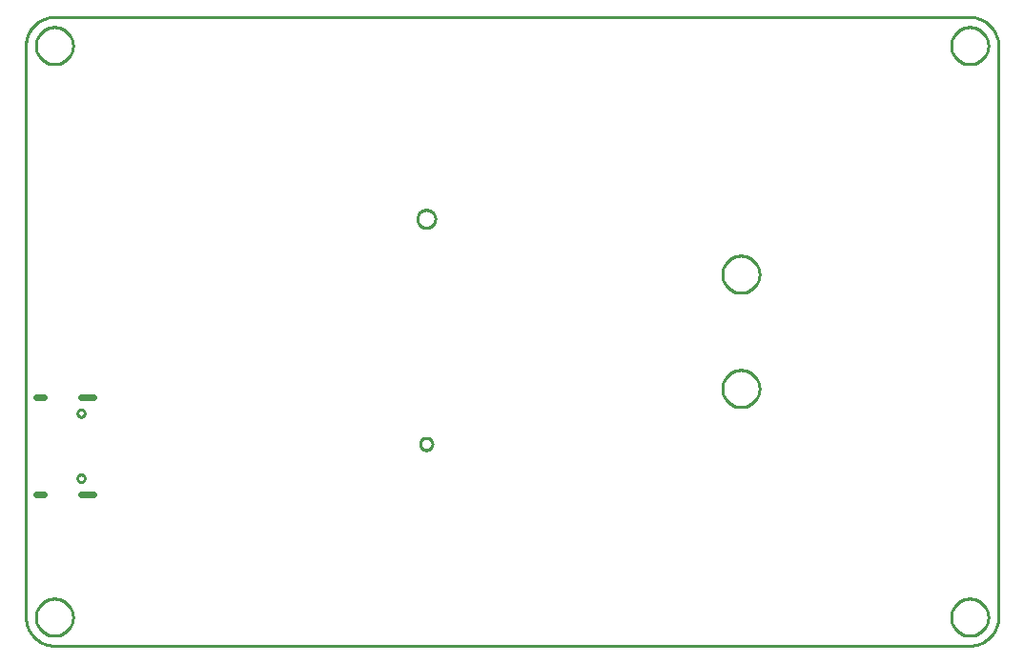
<source format=gko>
G04 EAGLE Gerber RS-274X export*
G75*
%MOMM*%
%FSLAX34Y34*%
%LPD*%
%IN*%
%IPPOS*%
%AMOC8*
5,1,8,0,0,1.08239X$1,22.5*%
G01*
%ADD10C,0.203200*%
%ADD11C,0.000000*%
%ADD12C,0.600000*%
%ADD13C,0.254000*%


D10*
X25400Y558800D02*
X838200Y558800D01*
X838814Y558793D01*
X839427Y558770D01*
X840040Y558733D01*
X840651Y558681D01*
X841262Y558615D01*
X841870Y558533D01*
X842476Y558437D01*
X843080Y558327D01*
X843681Y558202D01*
X844279Y558062D01*
X844873Y557908D01*
X845463Y557739D01*
X846049Y557557D01*
X846630Y557360D01*
X847207Y557149D01*
X847778Y556925D01*
X848344Y556687D01*
X848904Y556435D01*
X849457Y556169D01*
X850004Y555891D01*
X850544Y555599D01*
X851077Y555294D01*
X851602Y554976D01*
X852120Y554646D01*
X852629Y554304D01*
X853130Y553949D01*
X853622Y553582D01*
X854105Y553204D01*
X854579Y552814D01*
X855043Y552412D01*
X855498Y552000D01*
X855942Y551576D01*
X856376Y551142D01*
X856800Y550698D01*
X857212Y550243D01*
X857614Y549779D01*
X858004Y549305D01*
X858382Y548822D01*
X858749Y548330D01*
X859104Y547829D01*
X859446Y547320D01*
X859776Y546802D01*
X860094Y546277D01*
X860399Y545744D01*
X860691Y545204D01*
X860969Y544657D01*
X861235Y544104D01*
X861487Y543544D01*
X861725Y542978D01*
X861949Y542407D01*
X862160Y541830D01*
X862357Y541249D01*
X862539Y540663D01*
X862708Y540073D01*
X862862Y539479D01*
X863002Y538881D01*
X863127Y538280D01*
X863237Y537676D01*
X863333Y537070D01*
X863415Y536462D01*
X863481Y535851D01*
X863533Y535240D01*
X863570Y534627D01*
X863593Y534014D01*
X863600Y533400D01*
X863600Y25400D01*
X863593Y24786D01*
X863570Y24173D01*
X863533Y23560D01*
X863481Y22949D01*
X863415Y22338D01*
X863333Y21730D01*
X863237Y21124D01*
X863127Y20520D01*
X863002Y19919D01*
X862862Y19321D01*
X862708Y18727D01*
X862539Y18137D01*
X862357Y17551D01*
X862160Y16970D01*
X861949Y16393D01*
X861725Y15822D01*
X861487Y15256D01*
X861235Y14696D01*
X860969Y14143D01*
X860691Y13596D01*
X860399Y13056D01*
X860094Y12523D01*
X859776Y11998D01*
X859446Y11480D01*
X859104Y10971D01*
X858749Y10470D01*
X858382Y9978D01*
X858004Y9495D01*
X857614Y9021D01*
X857212Y8557D01*
X856800Y8102D01*
X856376Y7658D01*
X855942Y7224D01*
X855498Y6800D01*
X855043Y6388D01*
X854579Y5986D01*
X854105Y5596D01*
X853622Y5218D01*
X853130Y4851D01*
X852629Y4496D01*
X852120Y4154D01*
X851602Y3824D01*
X851077Y3506D01*
X850544Y3201D01*
X850004Y2909D01*
X849457Y2631D01*
X848904Y2365D01*
X848344Y2113D01*
X847778Y1875D01*
X847207Y1651D01*
X846630Y1440D01*
X846049Y1243D01*
X845463Y1061D01*
X844873Y892D01*
X844279Y738D01*
X843681Y598D01*
X843080Y473D01*
X842476Y363D01*
X841870Y267D01*
X841262Y185D01*
X840651Y119D01*
X840040Y67D01*
X839427Y30D01*
X838814Y7D01*
X838200Y0D01*
X25400Y0D01*
X24786Y7D01*
X24173Y30D01*
X23560Y67D01*
X22949Y119D01*
X22338Y185D01*
X21730Y267D01*
X21124Y363D01*
X20520Y473D01*
X19919Y598D01*
X19321Y738D01*
X18727Y892D01*
X18137Y1061D01*
X17551Y1243D01*
X16970Y1440D01*
X16393Y1651D01*
X15822Y1875D01*
X15256Y2113D01*
X14696Y2365D01*
X14143Y2631D01*
X13596Y2909D01*
X13056Y3201D01*
X12523Y3506D01*
X11998Y3824D01*
X11480Y4154D01*
X10971Y4496D01*
X10470Y4851D01*
X9978Y5218D01*
X9495Y5596D01*
X9021Y5986D01*
X8557Y6388D01*
X8102Y6800D01*
X7658Y7224D01*
X7224Y7658D01*
X6800Y8102D01*
X6388Y8557D01*
X5986Y9021D01*
X5596Y9495D01*
X5218Y9978D01*
X4851Y10470D01*
X4496Y10971D01*
X4154Y11480D01*
X3824Y11998D01*
X3506Y12523D01*
X3201Y13056D01*
X2909Y13596D01*
X2631Y14143D01*
X2365Y14696D01*
X2113Y15256D01*
X1875Y15822D01*
X1651Y16393D01*
X1440Y16970D01*
X1243Y17551D01*
X1061Y18137D01*
X892Y18727D01*
X738Y19321D01*
X598Y19919D01*
X473Y20520D01*
X363Y21124D01*
X267Y21730D01*
X185Y22338D01*
X119Y22949D01*
X67Y23560D01*
X30Y24173D01*
X7Y24786D01*
X0Y25400D01*
X0Y533400D01*
X7Y534014D01*
X30Y534627D01*
X67Y535240D01*
X119Y535851D01*
X185Y536462D01*
X267Y537070D01*
X363Y537676D01*
X473Y538280D01*
X598Y538881D01*
X738Y539479D01*
X892Y540073D01*
X1061Y540663D01*
X1243Y541249D01*
X1440Y541830D01*
X1651Y542407D01*
X1875Y542978D01*
X2113Y543544D01*
X2365Y544104D01*
X2631Y544657D01*
X2909Y545204D01*
X3201Y545744D01*
X3506Y546277D01*
X3824Y546802D01*
X4154Y547320D01*
X4496Y547829D01*
X4851Y548330D01*
X5218Y548822D01*
X5596Y549305D01*
X5986Y549779D01*
X6388Y550243D01*
X6800Y550698D01*
X7224Y551142D01*
X7658Y551576D01*
X8102Y552000D01*
X8557Y552412D01*
X9021Y552814D01*
X9495Y553204D01*
X9978Y553582D01*
X10470Y553949D01*
X10971Y554304D01*
X11480Y554646D01*
X11998Y554976D01*
X12523Y555294D01*
X13056Y555599D01*
X13596Y555891D01*
X14143Y556169D01*
X14696Y556435D01*
X15256Y556687D01*
X15822Y556925D01*
X16393Y557149D01*
X16970Y557360D01*
X17551Y557557D01*
X18137Y557739D01*
X18727Y557908D01*
X19321Y558062D01*
X19919Y558202D01*
X20520Y558327D01*
X21124Y558437D01*
X21730Y558533D01*
X22338Y558615D01*
X22949Y558681D01*
X23560Y558733D01*
X24173Y558770D01*
X24786Y558793D01*
X25400Y558800D01*
D11*
X45800Y206700D02*
X45802Y206813D01*
X45808Y206927D01*
X45818Y207040D01*
X45832Y207152D01*
X45849Y207264D01*
X45871Y207376D01*
X45897Y207486D01*
X45926Y207596D01*
X45959Y207704D01*
X45996Y207812D01*
X46037Y207917D01*
X46081Y208022D01*
X46129Y208125D01*
X46180Y208226D01*
X46235Y208325D01*
X46294Y208422D01*
X46356Y208517D01*
X46421Y208610D01*
X46489Y208701D01*
X46560Y208789D01*
X46635Y208875D01*
X46712Y208958D01*
X46792Y209038D01*
X46875Y209115D01*
X46961Y209190D01*
X47049Y209261D01*
X47140Y209329D01*
X47233Y209394D01*
X47328Y209456D01*
X47425Y209515D01*
X47524Y209570D01*
X47625Y209621D01*
X47728Y209669D01*
X47833Y209713D01*
X47938Y209754D01*
X48046Y209791D01*
X48154Y209824D01*
X48264Y209853D01*
X48374Y209879D01*
X48486Y209901D01*
X48598Y209918D01*
X48710Y209932D01*
X48823Y209942D01*
X48937Y209948D01*
X49050Y209950D01*
X49163Y209948D01*
X49277Y209942D01*
X49390Y209932D01*
X49502Y209918D01*
X49614Y209901D01*
X49726Y209879D01*
X49836Y209853D01*
X49946Y209824D01*
X50054Y209791D01*
X50162Y209754D01*
X50267Y209713D01*
X50372Y209669D01*
X50475Y209621D01*
X50576Y209570D01*
X50675Y209515D01*
X50772Y209456D01*
X50867Y209394D01*
X50960Y209329D01*
X51051Y209261D01*
X51139Y209190D01*
X51225Y209115D01*
X51308Y209038D01*
X51388Y208958D01*
X51465Y208875D01*
X51540Y208789D01*
X51611Y208701D01*
X51679Y208610D01*
X51744Y208517D01*
X51806Y208422D01*
X51865Y208325D01*
X51920Y208226D01*
X51971Y208125D01*
X52019Y208022D01*
X52063Y207917D01*
X52104Y207812D01*
X52141Y207704D01*
X52174Y207596D01*
X52203Y207486D01*
X52229Y207376D01*
X52251Y207264D01*
X52268Y207152D01*
X52282Y207040D01*
X52292Y206927D01*
X52298Y206813D01*
X52300Y206700D01*
X52298Y206587D01*
X52292Y206473D01*
X52282Y206360D01*
X52268Y206248D01*
X52251Y206136D01*
X52229Y206024D01*
X52203Y205914D01*
X52174Y205804D01*
X52141Y205696D01*
X52104Y205588D01*
X52063Y205483D01*
X52019Y205378D01*
X51971Y205275D01*
X51920Y205174D01*
X51865Y205075D01*
X51806Y204978D01*
X51744Y204883D01*
X51679Y204790D01*
X51611Y204699D01*
X51540Y204611D01*
X51465Y204525D01*
X51388Y204442D01*
X51308Y204362D01*
X51225Y204285D01*
X51139Y204210D01*
X51051Y204139D01*
X50960Y204071D01*
X50867Y204006D01*
X50772Y203944D01*
X50675Y203885D01*
X50576Y203830D01*
X50475Y203779D01*
X50372Y203731D01*
X50267Y203687D01*
X50162Y203646D01*
X50054Y203609D01*
X49946Y203576D01*
X49836Y203547D01*
X49726Y203521D01*
X49614Y203499D01*
X49502Y203482D01*
X49390Y203468D01*
X49277Y203458D01*
X49163Y203452D01*
X49050Y203450D01*
X48937Y203452D01*
X48823Y203458D01*
X48710Y203468D01*
X48598Y203482D01*
X48486Y203499D01*
X48374Y203521D01*
X48264Y203547D01*
X48154Y203576D01*
X48046Y203609D01*
X47938Y203646D01*
X47833Y203687D01*
X47728Y203731D01*
X47625Y203779D01*
X47524Y203830D01*
X47425Y203885D01*
X47328Y203944D01*
X47233Y204006D01*
X47140Y204071D01*
X47049Y204139D01*
X46961Y204210D01*
X46875Y204285D01*
X46792Y204362D01*
X46712Y204442D01*
X46635Y204525D01*
X46560Y204611D01*
X46489Y204699D01*
X46421Y204790D01*
X46356Y204883D01*
X46294Y204978D01*
X46235Y205075D01*
X46180Y205174D01*
X46129Y205275D01*
X46081Y205378D01*
X46037Y205483D01*
X45996Y205588D01*
X45959Y205696D01*
X45926Y205804D01*
X45897Y205914D01*
X45871Y206024D01*
X45849Y206136D01*
X45832Y206248D01*
X45818Y206360D01*
X45808Y206473D01*
X45802Y206587D01*
X45800Y206700D01*
X45800Y148900D02*
X45802Y149013D01*
X45808Y149127D01*
X45818Y149240D01*
X45832Y149352D01*
X45849Y149464D01*
X45871Y149576D01*
X45897Y149686D01*
X45926Y149796D01*
X45959Y149904D01*
X45996Y150012D01*
X46037Y150117D01*
X46081Y150222D01*
X46129Y150325D01*
X46180Y150426D01*
X46235Y150525D01*
X46294Y150622D01*
X46356Y150717D01*
X46421Y150810D01*
X46489Y150901D01*
X46560Y150989D01*
X46635Y151075D01*
X46712Y151158D01*
X46792Y151238D01*
X46875Y151315D01*
X46961Y151390D01*
X47049Y151461D01*
X47140Y151529D01*
X47233Y151594D01*
X47328Y151656D01*
X47425Y151715D01*
X47524Y151770D01*
X47625Y151821D01*
X47728Y151869D01*
X47833Y151913D01*
X47938Y151954D01*
X48046Y151991D01*
X48154Y152024D01*
X48264Y152053D01*
X48374Y152079D01*
X48486Y152101D01*
X48598Y152118D01*
X48710Y152132D01*
X48823Y152142D01*
X48937Y152148D01*
X49050Y152150D01*
X49163Y152148D01*
X49277Y152142D01*
X49390Y152132D01*
X49502Y152118D01*
X49614Y152101D01*
X49726Y152079D01*
X49836Y152053D01*
X49946Y152024D01*
X50054Y151991D01*
X50162Y151954D01*
X50267Y151913D01*
X50372Y151869D01*
X50475Y151821D01*
X50576Y151770D01*
X50675Y151715D01*
X50772Y151656D01*
X50867Y151594D01*
X50960Y151529D01*
X51051Y151461D01*
X51139Y151390D01*
X51225Y151315D01*
X51308Y151238D01*
X51388Y151158D01*
X51465Y151075D01*
X51540Y150989D01*
X51611Y150901D01*
X51679Y150810D01*
X51744Y150717D01*
X51806Y150622D01*
X51865Y150525D01*
X51920Y150426D01*
X51971Y150325D01*
X52019Y150222D01*
X52063Y150117D01*
X52104Y150012D01*
X52141Y149904D01*
X52174Y149796D01*
X52203Y149686D01*
X52229Y149576D01*
X52251Y149464D01*
X52268Y149352D01*
X52282Y149240D01*
X52292Y149127D01*
X52298Y149013D01*
X52300Y148900D01*
X52298Y148787D01*
X52292Y148673D01*
X52282Y148560D01*
X52268Y148448D01*
X52251Y148336D01*
X52229Y148224D01*
X52203Y148114D01*
X52174Y148004D01*
X52141Y147896D01*
X52104Y147788D01*
X52063Y147683D01*
X52019Y147578D01*
X51971Y147475D01*
X51920Y147374D01*
X51865Y147275D01*
X51806Y147178D01*
X51744Y147083D01*
X51679Y146990D01*
X51611Y146899D01*
X51540Y146811D01*
X51465Y146725D01*
X51388Y146642D01*
X51308Y146562D01*
X51225Y146485D01*
X51139Y146410D01*
X51051Y146339D01*
X50960Y146271D01*
X50867Y146206D01*
X50772Y146144D01*
X50675Y146085D01*
X50576Y146030D01*
X50475Y145979D01*
X50372Y145931D01*
X50267Y145887D01*
X50162Y145846D01*
X50054Y145809D01*
X49946Y145776D01*
X49836Y145747D01*
X49726Y145721D01*
X49614Y145699D01*
X49502Y145682D01*
X49390Y145668D01*
X49277Y145658D01*
X49163Y145652D01*
X49050Y145650D01*
X48937Y145652D01*
X48823Y145658D01*
X48710Y145668D01*
X48598Y145682D01*
X48486Y145699D01*
X48374Y145721D01*
X48264Y145747D01*
X48154Y145776D01*
X48046Y145809D01*
X47938Y145846D01*
X47833Y145887D01*
X47728Y145931D01*
X47625Y145979D01*
X47524Y146030D01*
X47425Y146085D01*
X47328Y146144D01*
X47233Y146206D01*
X47140Y146271D01*
X47049Y146339D01*
X46961Y146410D01*
X46875Y146485D01*
X46792Y146562D01*
X46712Y146642D01*
X46635Y146725D01*
X46560Y146811D01*
X46489Y146899D01*
X46421Y146990D01*
X46356Y147083D01*
X46294Y147178D01*
X46235Y147275D01*
X46180Y147374D01*
X46129Y147475D01*
X46081Y147578D01*
X46037Y147683D01*
X45996Y147788D01*
X45959Y147896D01*
X45926Y148004D01*
X45897Y148114D01*
X45871Y148224D01*
X45849Y148336D01*
X45832Y148448D01*
X45818Y148560D01*
X45808Y148673D01*
X45802Y148787D01*
X45800Y148900D01*
D12*
X48850Y220980D02*
X59850Y220980D01*
X59850Y134620D02*
X48850Y134620D01*
X15700Y220980D02*
X9500Y220980D01*
X9500Y134620D02*
X15700Y134620D01*
D11*
X821690Y533400D02*
X821695Y533805D01*
X821710Y534210D01*
X821735Y534615D01*
X821770Y535018D01*
X821814Y535421D01*
X821869Y535823D01*
X821933Y536223D01*
X822007Y536621D01*
X822091Y537017D01*
X822185Y537412D01*
X822288Y537803D01*
X822401Y538193D01*
X822523Y538579D01*
X822655Y538962D01*
X822796Y539342D01*
X822947Y539718D01*
X823106Y540091D01*
X823275Y540459D01*
X823453Y540823D01*
X823639Y541183D01*
X823835Y541538D01*
X824039Y541888D01*
X824251Y542233D01*
X824472Y542572D01*
X824702Y542907D01*
X824939Y543235D01*
X825184Y543557D01*
X825438Y543874D01*
X825698Y544184D01*
X825967Y544487D01*
X826243Y544784D01*
X826526Y545074D01*
X826816Y545357D01*
X827113Y545633D01*
X827416Y545902D01*
X827726Y546162D01*
X828043Y546416D01*
X828365Y546661D01*
X828693Y546898D01*
X829028Y547128D01*
X829367Y547349D01*
X829712Y547561D01*
X830062Y547765D01*
X830417Y547961D01*
X830777Y548147D01*
X831141Y548325D01*
X831509Y548494D01*
X831882Y548653D01*
X832258Y548804D01*
X832638Y548945D01*
X833021Y549077D01*
X833407Y549199D01*
X833797Y549312D01*
X834188Y549415D01*
X834583Y549509D01*
X834979Y549593D01*
X835377Y549667D01*
X835777Y549731D01*
X836179Y549786D01*
X836582Y549830D01*
X836985Y549865D01*
X837390Y549890D01*
X837795Y549905D01*
X838200Y549910D01*
X838605Y549905D01*
X839010Y549890D01*
X839415Y549865D01*
X839818Y549830D01*
X840221Y549786D01*
X840623Y549731D01*
X841023Y549667D01*
X841421Y549593D01*
X841817Y549509D01*
X842212Y549415D01*
X842603Y549312D01*
X842993Y549199D01*
X843379Y549077D01*
X843762Y548945D01*
X844142Y548804D01*
X844518Y548653D01*
X844891Y548494D01*
X845259Y548325D01*
X845623Y548147D01*
X845983Y547961D01*
X846338Y547765D01*
X846688Y547561D01*
X847033Y547349D01*
X847372Y547128D01*
X847707Y546898D01*
X848035Y546661D01*
X848357Y546416D01*
X848674Y546162D01*
X848984Y545902D01*
X849287Y545633D01*
X849584Y545357D01*
X849874Y545074D01*
X850157Y544784D01*
X850433Y544487D01*
X850702Y544184D01*
X850962Y543874D01*
X851216Y543557D01*
X851461Y543235D01*
X851698Y542907D01*
X851928Y542572D01*
X852149Y542233D01*
X852361Y541888D01*
X852565Y541538D01*
X852761Y541183D01*
X852947Y540823D01*
X853125Y540459D01*
X853294Y540091D01*
X853453Y539718D01*
X853604Y539342D01*
X853745Y538962D01*
X853877Y538579D01*
X853999Y538193D01*
X854112Y537803D01*
X854215Y537412D01*
X854309Y537017D01*
X854393Y536621D01*
X854467Y536223D01*
X854531Y535823D01*
X854586Y535421D01*
X854630Y535018D01*
X854665Y534615D01*
X854690Y534210D01*
X854705Y533805D01*
X854710Y533400D01*
X854705Y532995D01*
X854690Y532590D01*
X854665Y532185D01*
X854630Y531782D01*
X854586Y531379D01*
X854531Y530977D01*
X854467Y530577D01*
X854393Y530179D01*
X854309Y529783D01*
X854215Y529388D01*
X854112Y528997D01*
X853999Y528607D01*
X853877Y528221D01*
X853745Y527838D01*
X853604Y527458D01*
X853453Y527082D01*
X853294Y526709D01*
X853125Y526341D01*
X852947Y525977D01*
X852761Y525617D01*
X852565Y525262D01*
X852361Y524912D01*
X852149Y524567D01*
X851928Y524228D01*
X851698Y523893D01*
X851461Y523565D01*
X851216Y523243D01*
X850962Y522926D01*
X850702Y522616D01*
X850433Y522313D01*
X850157Y522016D01*
X849874Y521726D01*
X849584Y521443D01*
X849287Y521167D01*
X848984Y520898D01*
X848674Y520638D01*
X848357Y520384D01*
X848035Y520139D01*
X847707Y519902D01*
X847372Y519672D01*
X847033Y519451D01*
X846688Y519239D01*
X846338Y519035D01*
X845983Y518839D01*
X845623Y518653D01*
X845259Y518475D01*
X844891Y518306D01*
X844518Y518147D01*
X844142Y517996D01*
X843762Y517855D01*
X843379Y517723D01*
X842993Y517601D01*
X842603Y517488D01*
X842212Y517385D01*
X841817Y517291D01*
X841421Y517207D01*
X841023Y517133D01*
X840623Y517069D01*
X840221Y517014D01*
X839818Y516970D01*
X839415Y516935D01*
X839010Y516910D01*
X838605Y516895D01*
X838200Y516890D01*
X837795Y516895D01*
X837390Y516910D01*
X836985Y516935D01*
X836582Y516970D01*
X836179Y517014D01*
X835777Y517069D01*
X835377Y517133D01*
X834979Y517207D01*
X834583Y517291D01*
X834188Y517385D01*
X833797Y517488D01*
X833407Y517601D01*
X833021Y517723D01*
X832638Y517855D01*
X832258Y517996D01*
X831882Y518147D01*
X831509Y518306D01*
X831141Y518475D01*
X830777Y518653D01*
X830417Y518839D01*
X830062Y519035D01*
X829712Y519239D01*
X829367Y519451D01*
X829028Y519672D01*
X828693Y519902D01*
X828365Y520139D01*
X828043Y520384D01*
X827726Y520638D01*
X827416Y520898D01*
X827113Y521167D01*
X826816Y521443D01*
X826526Y521726D01*
X826243Y522016D01*
X825967Y522313D01*
X825698Y522616D01*
X825438Y522926D01*
X825184Y523243D01*
X824939Y523565D01*
X824702Y523893D01*
X824472Y524228D01*
X824251Y524567D01*
X824039Y524912D01*
X823835Y525262D01*
X823639Y525617D01*
X823453Y525977D01*
X823275Y526341D01*
X823106Y526709D01*
X822947Y527082D01*
X822796Y527458D01*
X822655Y527838D01*
X822523Y528221D01*
X822401Y528607D01*
X822288Y528997D01*
X822185Y529388D01*
X822091Y529783D01*
X822007Y530179D01*
X821933Y530577D01*
X821869Y530977D01*
X821814Y531379D01*
X821770Y531782D01*
X821735Y532185D01*
X821710Y532590D01*
X821695Y532995D01*
X821690Y533400D01*
X8890Y533400D02*
X8895Y533805D01*
X8910Y534210D01*
X8935Y534615D01*
X8970Y535018D01*
X9014Y535421D01*
X9069Y535823D01*
X9133Y536223D01*
X9207Y536621D01*
X9291Y537017D01*
X9385Y537412D01*
X9488Y537803D01*
X9601Y538193D01*
X9723Y538579D01*
X9855Y538962D01*
X9996Y539342D01*
X10147Y539718D01*
X10306Y540091D01*
X10475Y540459D01*
X10653Y540823D01*
X10839Y541183D01*
X11035Y541538D01*
X11239Y541888D01*
X11451Y542233D01*
X11672Y542572D01*
X11902Y542907D01*
X12139Y543235D01*
X12384Y543557D01*
X12638Y543874D01*
X12898Y544184D01*
X13167Y544487D01*
X13443Y544784D01*
X13726Y545074D01*
X14016Y545357D01*
X14313Y545633D01*
X14616Y545902D01*
X14926Y546162D01*
X15243Y546416D01*
X15565Y546661D01*
X15893Y546898D01*
X16228Y547128D01*
X16567Y547349D01*
X16912Y547561D01*
X17262Y547765D01*
X17617Y547961D01*
X17977Y548147D01*
X18341Y548325D01*
X18709Y548494D01*
X19082Y548653D01*
X19458Y548804D01*
X19838Y548945D01*
X20221Y549077D01*
X20607Y549199D01*
X20997Y549312D01*
X21388Y549415D01*
X21783Y549509D01*
X22179Y549593D01*
X22577Y549667D01*
X22977Y549731D01*
X23379Y549786D01*
X23782Y549830D01*
X24185Y549865D01*
X24590Y549890D01*
X24995Y549905D01*
X25400Y549910D01*
X25805Y549905D01*
X26210Y549890D01*
X26615Y549865D01*
X27018Y549830D01*
X27421Y549786D01*
X27823Y549731D01*
X28223Y549667D01*
X28621Y549593D01*
X29017Y549509D01*
X29412Y549415D01*
X29803Y549312D01*
X30193Y549199D01*
X30579Y549077D01*
X30962Y548945D01*
X31342Y548804D01*
X31718Y548653D01*
X32091Y548494D01*
X32459Y548325D01*
X32823Y548147D01*
X33183Y547961D01*
X33538Y547765D01*
X33888Y547561D01*
X34233Y547349D01*
X34572Y547128D01*
X34907Y546898D01*
X35235Y546661D01*
X35557Y546416D01*
X35874Y546162D01*
X36184Y545902D01*
X36487Y545633D01*
X36784Y545357D01*
X37074Y545074D01*
X37357Y544784D01*
X37633Y544487D01*
X37902Y544184D01*
X38162Y543874D01*
X38416Y543557D01*
X38661Y543235D01*
X38898Y542907D01*
X39128Y542572D01*
X39349Y542233D01*
X39561Y541888D01*
X39765Y541538D01*
X39961Y541183D01*
X40147Y540823D01*
X40325Y540459D01*
X40494Y540091D01*
X40653Y539718D01*
X40804Y539342D01*
X40945Y538962D01*
X41077Y538579D01*
X41199Y538193D01*
X41312Y537803D01*
X41415Y537412D01*
X41509Y537017D01*
X41593Y536621D01*
X41667Y536223D01*
X41731Y535823D01*
X41786Y535421D01*
X41830Y535018D01*
X41865Y534615D01*
X41890Y534210D01*
X41905Y533805D01*
X41910Y533400D01*
X41905Y532995D01*
X41890Y532590D01*
X41865Y532185D01*
X41830Y531782D01*
X41786Y531379D01*
X41731Y530977D01*
X41667Y530577D01*
X41593Y530179D01*
X41509Y529783D01*
X41415Y529388D01*
X41312Y528997D01*
X41199Y528607D01*
X41077Y528221D01*
X40945Y527838D01*
X40804Y527458D01*
X40653Y527082D01*
X40494Y526709D01*
X40325Y526341D01*
X40147Y525977D01*
X39961Y525617D01*
X39765Y525262D01*
X39561Y524912D01*
X39349Y524567D01*
X39128Y524228D01*
X38898Y523893D01*
X38661Y523565D01*
X38416Y523243D01*
X38162Y522926D01*
X37902Y522616D01*
X37633Y522313D01*
X37357Y522016D01*
X37074Y521726D01*
X36784Y521443D01*
X36487Y521167D01*
X36184Y520898D01*
X35874Y520638D01*
X35557Y520384D01*
X35235Y520139D01*
X34907Y519902D01*
X34572Y519672D01*
X34233Y519451D01*
X33888Y519239D01*
X33538Y519035D01*
X33183Y518839D01*
X32823Y518653D01*
X32459Y518475D01*
X32091Y518306D01*
X31718Y518147D01*
X31342Y517996D01*
X30962Y517855D01*
X30579Y517723D01*
X30193Y517601D01*
X29803Y517488D01*
X29412Y517385D01*
X29017Y517291D01*
X28621Y517207D01*
X28223Y517133D01*
X27823Y517069D01*
X27421Y517014D01*
X27018Y516970D01*
X26615Y516935D01*
X26210Y516910D01*
X25805Y516895D01*
X25400Y516890D01*
X24995Y516895D01*
X24590Y516910D01*
X24185Y516935D01*
X23782Y516970D01*
X23379Y517014D01*
X22977Y517069D01*
X22577Y517133D01*
X22179Y517207D01*
X21783Y517291D01*
X21388Y517385D01*
X20997Y517488D01*
X20607Y517601D01*
X20221Y517723D01*
X19838Y517855D01*
X19458Y517996D01*
X19082Y518147D01*
X18709Y518306D01*
X18341Y518475D01*
X17977Y518653D01*
X17617Y518839D01*
X17262Y519035D01*
X16912Y519239D01*
X16567Y519451D01*
X16228Y519672D01*
X15893Y519902D01*
X15565Y520139D01*
X15243Y520384D01*
X14926Y520638D01*
X14616Y520898D01*
X14313Y521167D01*
X14016Y521443D01*
X13726Y521726D01*
X13443Y522016D01*
X13167Y522313D01*
X12898Y522616D01*
X12638Y522926D01*
X12384Y523243D01*
X12139Y523565D01*
X11902Y523893D01*
X11672Y524228D01*
X11451Y524567D01*
X11239Y524912D01*
X11035Y525262D01*
X10839Y525617D01*
X10653Y525977D01*
X10475Y526341D01*
X10306Y526709D01*
X10147Y527082D01*
X9996Y527458D01*
X9855Y527838D01*
X9723Y528221D01*
X9601Y528607D01*
X9488Y528997D01*
X9385Y529388D01*
X9291Y529783D01*
X9207Y530179D01*
X9133Y530577D01*
X9069Y530977D01*
X9014Y531379D01*
X8970Y531782D01*
X8935Y532185D01*
X8910Y532590D01*
X8895Y532995D01*
X8890Y533400D01*
X821690Y25400D02*
X821695Y25805D01*
X821710Y26210D01*
X821735Y26615D01*
X821770Y27018D01*
X821814Y27421D01*
X821869Y27823D01*
X821933Y28223D01*
X822007Y28621D01*
X822091Y29017D01*
X822185Y29412D01*
X822288Y29803D01*
X822401Y30193D01*
X822523Y30579D01*
X822655Y30962D01*
X822796Y31342D01*
X822947Y31718D01*
X823106Y32091D01*
X823275Y32459D01*
X823453Y32823D01*
X823639Y33183D01*
X823835Y33538D01*
X824039Y33888D01*
X824251Y34233D01*
X824472Y34572D01*
X824702Y34907D01*
X824939Y35235D01*
X825184Y35557D01*
X825438Y35874D01*
X825698Y36184D01*
X825967Y36487D01*
X826243Y36784D01*
X826526Y37074D01*
X826816Y37357D01*
X827113Y37633D01*
X827416Y37902D01*
X827726Y38162D01*
X828043Y38416D01*
X828365Y38661D01*
X828693Y38898D01*
X829028Y39128D01*
X829367Y39349D01*
X829712Y39561D01*
X830062Y39765D01*
X830417Y39961D01*
X830777Y40147D01*
X831141Y40325D01*
X831509Y40494D01*
X831882Y40653D01*
X832258Y40804D01*
X832638Y40945D01*
X833021Y41077D01*
X833407Y41199D01*
X833797Y41312D01*
X834188Y41415D01*
X834583Y41509D01*
X834979Y41593D01*
X835377Y41667D01*
X835777Y41731D01*
X836179Y41786D01*
X836582Y41830D01*
X836985Y41865D01*
X837390Y41890D01*
X837795Y41905D01*
X838200Y41910D01*
X838605Y41905D01*
X839010Y41890D01*
X839415Y41865D01*
X839818Y41830D01*
X840221Y41786D01*
X840623Y41731D01*
X841023Y41667D01*
X841421Y41593D01*
X841817Y41509D01*
X842212Y41415D01*
X842603Y41312D01*
X842993Y41199D01*
X843379Y41077D01*
X843762Y40945D01*
X844142Y40804D01*
X844518Y40653D01*
X844891Y40494D01*
X845259Y40325D01*
X845623Y40147D01*
X845983Y39961D01*
X846338Y39765D01*
X846688Y39561D01*
X847033Y39349D01*
X847372Y39128D01*
X847707Y38898D01*
X848035Y38661D01*
X848357Y38416D01*
X848674Y38162D01*
X848984Y37902D01*
X849287Y37633D01*
X849584Y37357D01*
X849874Y37074D01*
X850157Y36784D01*
X850433Y36487D01*
X850702Y36184D01*
X850962Y35874D01*
X851216Y35557D01*
X851461Y35235D01*
X851698Y34907D01*
X851928Y34572D01*
X852149Y34233D01*
X852361Y33888D01*
X852565Y33538D01*
X852761Y33183D01*
X852947Y32823D01*
X853125Y32459D01*
X853294Y32091D01*
X853453Y31718D01*
X853604Y31342D01*
X853745Y30962D01*
X853877Y30579D01*
X853999Y30193D01*
X854112Y29803D01*
X854215Y29412D01*
X854309Y29017D01*
X854393Y28621D01*
X854467Y28223D01*
X854531Y27823D01*
X854586Y27421D01*
X854630Y27018D01*
X854665Y26615D01*
X854690Y26210D01*
X854705Y25805D01*
X854710Y25400D01*
X854705Y24995D01*
X854690Y24590D01*
X854665Y24185D01*
X854630Y23782D01*
X854586Y23379D01*
X854531Y22977D01*
X854467Y22577D01*
X854393Y22179D01*
X854309Y21783D01*
X854215Y21388D01*
X854112Y20997D01*
X853999Y20607D01*
X853877Y20221D01*
X853745Y19838D01*
X853604Y19458D01*
X853453Y19082D01*
X853294Y18709D01*
X853125Y18341D01*
X852947Y17977D01*
X852761Y17617D01*
X852565Y17262D01*
X852361Y16912D01*
X852149Y16567D01*
X851928Y16228D01*
X851698Y15893D01*
X851461Y15565D01*
X851216Y15243D01*
X850962Y14926D01*
X850702Y14616D01*
X850433Y14313D01*
X850157Y14016D01*
X849874Y13726D01*
X849584Y13443D01*
X849287Y13167D01*
X848984Y12898D01*
X848674Y12638D01*
X848357Y12384D01*
X848035Y12139D01*
X847707Y11902D01*
X847372Y11672D01*
X847033Y11451D01*
X846688Y11239D01*
X846338Y11035D01*
X845983Y10839D01*
X845623Y10653D01*
X845259Y10475D01*
X844891Y10306D01*
X844518Y10147D01*
X844142Y9996D01*
X843762Y9855D01*
X843379Y9723D01*
X842993Y9601D01*
X842603Y9488D01*
X842212Y9385D01*
X841817Y9291D01*
X841421Y9207D01*
X841023Y9133D01*
X840623Y9069D01*
X840221Y9014D01*
X839818Y8970D01*
X839415Y8935D01*
X839010Y8910D01*
X838605Y8895D01*
X838200Y8890D01*
X837795Y8895D01*
X837390Y8910D01*
X836985Y8935D01*
X836582Y8970D01*
X836179Y9014D01*
X835777Y9069D01*
X835377Y9133D01*
X834979Y9207D01*
X834583Y9291D01*
X834188Y9385D01*
X833797Y9488D01*
X833407Y9601D01*
X833021Y9723D01*
X832638Y9855D01*
X832258Y9996D01*
X831882Y10147D01*
X831509Y10306D01*
X831141Y10475D01*
X830777Y10653D01*
X830417Y10839D01*
X830062Y11035D01*
X829712Y11239D01*
X829367Y11451D01*
X829028Y11672D01*
X828693Y11902D01*
X828365Y12139D01*
X828043Y12384D01*
X827726Y12638D01*
X827416Y12898D01*
X827113Y13167D01*
X826816Y13443D01*
X826526Y13726D01*
X826243Y14016D01*
X825967Y14313D01*
X825698Y14616D01*
X825438Y14926D01*
X825184Y15243D01*
X824939Y15565D01*
X824702Y15893D01*
X824472Y16228D01*
X824251Y16567D01*
X824039Y16912D01*
X823835Y17262D01*
X823639Y17617D01*
X823453Y17977D01*
X823275Y18341D01*
X823106Y18709D01*
X822947Y19082D01*
X822796Y19458D01*
X822655Y19838D01*
X822523Y20221D01*
X822401Y20607D01*
X822288Y20997D01*
X822185Y21388D01*
X822091Y21783D01*
X822007Y22179D01*
X821933Y22577D01*
X821869Y22977D01*
X821814Y23379D01*
X821770Y23782D01*
X821735Y24185D01*
X821710Y24590D01*
X821695Y24995D01*
X821690Y25400D01*
X8890Y25400D02*
X8895Y25805D01*
X8910Y26210D01*
X8935Y26615D01*
X8970Y27018D01*
X9014Y27421D01*
X9069Y27823D01*
X9133Y28223D01*
X9207Y28621D01*
X9291Y29017D01*
X9385Y29412D01*
X9488Y29803D01*
X9601Y30193D01*
X9723Y30579D01*
X9855Y30962D01*
X9996Y31342D01*
X10147Y31718D01*
X10306Y32091D01*
X10475Y32459D01*
X10653Y32823D01*
X10839Y33183D01*
X11035Y33538D01*
X11239Y33888D01*
X11451Y34233D01*
X11672Y34572D01*
X11902Y34907D01*
X12139Y35235D01*
X12384Y35557D01*
X12638Y35874D01*
X12898Y36184D01*
X13167Y36487D01*
X13443Y36784D01*
X13726Y37074D01*
X14016Y37357D01*
X14313Y37633D01*
X14616Y37902D01*
X14926Y38162D01*
X15243Y38416D01*
X15565Y38661D01*
X15893Y38898D01*
X16228Y39128D01*
X16567Y39349D01*
X16912Y39561D01*
X17262Y39765D01*
X17617Y39961D01*
X17977Y40147D01*
X18341Y40325D01*
X18709Y40494D01*
X19082Y40653D01*
X19458Y40804D01*
X19838Y40945D01*
X20221Y41077D01*
X20607Y41199D01*
X20997Y41312D01*
X21388Y41415D01*
X21783Y41509D01*
X22179Y41593D01*
X22577Y41667D01*
X22977Y41731D01*
X23379Y41786D01*
X23782Y41830D01*
X24185Y41865D01*
X24590Y41890D01*
X24995Y41905D01*
X25400Y41910D01*
X25805Y41905D01*
X26210Y41890D01*
X26615Y41865D01*
X27018Y41830D01*
X27421Y41786D01*
X27823Y41731D01*
X28223Y41667D01*
X28621Y41593D01*
X29017Y41509D01*
X29412Y41415D01*
X29803Y41312D01*
X30193Y41199D01*
X30579Y41077D01*
X30962Y40945D01*
X31342Y40804D01*
X31718Y40653D01*
X32091Y40494D01*
X32459Y40325D01*
X32823Y40147D01*
X33183Y39961D01*
X33538Y39765D01*
X33888Y39561D01*
X34233Y39349D01*
X34572Y39128D01*
X34907Y38898D01*
X35235Y38661D01*
X35557Y38416D01*
X35874Y38162D01*
X36184Y37902D01*
X36487Y37633D01*
X36784Y37357D01*
X37074Y37074D01*
X37357Y36784D01*
X37633Y36487D01*
X37902Y36184D01*
X38162Y35874D01*
X38416Y35557D01*
X38661Y35235D01*
X38898Y34907D01*
X39128Y34572D01*
X39349Y34233D01*
X39561Y33888D01*
X39765Y33538D01*
X39961Y33183D01*
X40147Y32823D01*
X40325Y32459D01*
X40494Y32091D01*
X40653Y31718D01*
X40804Y31342D01*
X40945Y30962D01*
X41077Y30579D01*
X41199Y30193D01*
X41312Y29803D01*
X41415Y29412D01*
X41509Y29017D01*
X41593Y28621D01*
X41667Y28223D01*
X41731Y27823D01*
X41786Y27421D01*
X41830Y27018D01*
X41865Y26615D01*
X41890Y26210D01*
X41905Y25805D01*
X41910Y25400D01*
X41905Y24995D01*
X41890Y24590D01*
X41865Y24185D01*
X41830Y23782D01*
X41786Y23379D01*
X41731Y22977D01*
X41667Y22577D01*
X41593Y22179D01*
X41509Y21783D01*
X41415Y21388D01*
X41312Y20997D01*
X41199Y20607D01*
X41077Y20221D01*
X40945Y19838D01*
X40804Y19458D01*
X40653Y19082D01*
X40494Y18709D01*
X40325Y18341D01*
X40147Y17977D01*
X39961Y17617D01*
X39765Y17262D01*
X39561Y16912D01*
X39349Y16567D01*
X39128Y16228D01*
X38898Y15893D01*
X38661Y15565D01*
X38416Y15243D01*
X38162Y14926D01*
X37902Y14616D01*
X37633Y14313D01*
X37357Y14016D01*
X37074Y13726D01*
X36784Y13443D01*
X36487Y13167D01*
X36184Y12898D01*
X35874Y12638D01*
X35557Y12384D01*
X35235Y12139D01*
X34907Y11902D01*
X34572Y11672D01*
X34233Y11451D01*
X33888Y11239D01*
X33538Y11035D01*
X33183Y10839D01*
X32823Y10653D01*
X32459Y10475D01*
X32091Y10306D01*
X31718Y10147D01*
X31342Y9996D01*
X30962Y9855D01*
X30579Y9723D01*
X30193Y9601D01*
X29803Y9488D01*
X29412Y9385D01*
X29017Y9291D01*
X28621Y9207D01*
X28223Y9133D01*
X27823Y9069D01*
X27421Y9014D01*
X27018Y8970D01*
X26615Y8935D01*
X26210Y8910D01*
X25805Y8895D01*
X25400Y8890D01*
X24995Y8895D01*
X24590Y8910D01*
X24185Y8935D01*
X23782Y8970D01*
X23379Y9014D01*
X22977Y9069D01*
X22577Y9133D01*
X22179Y9207D01*
X21783Y9291D01*
X21388Y9385D01*
X20997Y9488D01*
X20607Y9601D01*
X20221Y9723D01*
X19838Y9855D01*
X19458Y9996D01*
X19082Y10147D01*
X18709Y10306D01*
X18341Y10475D01*
X17977Y10653D01*
X17617Y10839D01*
X17262Y11035D01*
X16912Y11239D01*
X16567Y11451D01*
X16228Y11672D01*
X15893Y11902D01*
X15565Y12139D01*
X15243Y12384D01*
X14926Y12638D01*
X14616Y12898D01*
X14313Y13167D01*
X14016Y13443D01*
X13726Y13726D01*
X13443Y14016D01*
X13167Y14313D01*
X12898Y14616D01*
X12638Y14926D01*
X12384Y15243D01*
X12139Y15565D01*
X11902Y15893D01*
X11672Y16228D01*
X11451Y16567D01*
X11239Y16912D01*
X11035Y17262D01*
X10839Y17617D01*
X10653Y17977D01*
X10475Y18341D01*
X10306Y18709D01*
X10147Y19082D01*
X9996Y19458D01*
X9855Y19838D01*
X9723Y20221D01*
X9601Y20607D01*
X9488Y20997D01*
X9385Y21388D01*
X9291Y21783D01*
X9207Y22179D01*
X9133Y22577D01*
X9069Y22977D01*
X9014Y23379D01*
X8970Y23782D01*
X8935Y24185D01*
X8910Y24590D01*
X8895Y24995D01*
X8890Y25400D01*
X350100Y179400D02*
X350102Y179548D01*
X350108Y179696D01*
X350118Y179844D01*
X350132Y179992D01*
X350150Y180139D01*
X350172Y180286D01*
X350198Y180432D01*
X350227Y180577D01*
X350261Y180722D01*
X350299Y180865D01*
X350340Y181008D01*
X350385Y181149D01*
X350435Y181289D01*
X350487Y181427D01*
X350544Y181565D01*
X350604Y181700D01*
X350668Y181834D01*
X350735Y181966D01*
X350806Y182096D01*
X350881Y182225D01*
X350959Y182351D01*
X351040Y182475D01*
X351124Y182597D01*
X351212Y182716D01*
X351303Y182833D01*
X351397Y182948D01*
X351495Y183060D01*
X351595Y183169D01*
X351698Y183276D01*
X351804Y183380D01*
X351912Y183481D01*
X352024Y183579D01*
X352138Y183674D01*
X352254Y183765D01*
X352373Y183854D01*
X352494Y183939D01*
X352618Y184021D01*
X352744Y184100D01*
X352871Y184175D01*
X353001Y184247D01*
X353133Y184316D01*
X353266Y184380D01*
X353401Y184441D01*
X353538Y184499D01*
X353676Y184553D01*
X353816Y184603D01*
X353957Y184649D01*
X354099Y184691D01*
X354242Y184730D01*
X354386Y184764D01*
X354532Y184795D01*
X354677Y184822D01*
X354824Y184845D01*
X354971Y184864D01*
X355119Y184879D01*
X355266Y184890D01*
X355415Y184897D01*
X355563Y184900D01*
X355711Y184899D01*
X355859Y184894D01*
X356007Y184885D01*
X356155Y184872D01*
X356303Y184855D01*
X356449Y184834D01*
X356596Y184809D01*
X356741Y184780D01*
X356886Y184748D01*
X357029Y184711D01*
X357172Y184671D01*
X357314Y184626D01*
X357454Y184578D01*
X357593Y184526D01*
X357730Y184471D01*
X357866Y184411D01*
X358001Y184348D01*
X358133Y184282D01*
X358264Y184212D01*
X358393Y184138D01*
X358519Y184061D01*
X358644Y183981D01*
X358766Y183897D01*
X358887Y183810D01*
X359004Y183720D01*
X359120Y183626D01*
X359232Y183530D01*
X359342Y183431D01*
X359450Y183328D01*
X359554Y183223D01*
X359656Y183115D01*
X359754Y183004D01*
X359850Y182891D01*
X359943Y182775D01*
X360032Y182657D01*
X360118Y182536D01*
X360201Y182413D01*
X360281Y182288D01*
X360357Y182161D01*
X360430Y182031D01*
X360499Y181900D01*
X360564Y181767D01*
X360627Y181633D01*
X360685Y181496D01*
X360740Y181358D01*
X360790Y181219D01*
X360838Y181078D01*
X360881Y180937D01*
X360921Y180794D01*
X360956Y180650D01*
X360988Y180505D01*
X361016Y180359D01*
X361040Y180213D01*
X361060Y180066D01*
X361076Y179918D01*
X361088Y179771D01*
X361096Y179622D01*
X361100Y179474D01*
X361100Y179326D01*
X361096Y179178D01*
X361088Y179029D01*
X361076Y178882D01*
X361060Y178734D01*
X361040Y178587D01*
X361016Y178441D01*
X360988Y178295D01*
X360956Y178150D01*
X360921Y178006D01*
X360881Y177863D01*
X360838Y177722D01*
X360790Y177581D01*
X360740Y177442D01*
X360685Y177304D01*
X360627Y177167D01*
X360564Y177033D01*
X360499Y176900D01*
X360430Y176769D01*
X360357Y176639D01*
X360281Y176512D01*
X360201Y176387D01*
X360118Y176264D01*
X360032Y176143D01*
X359943Y176025D01*
X359850Y175909D01*
X359754Y175796D01*
X359656Y175685D01*
X359554Y175577D01*
X359450Y175472D01*
X359342Y175369D01*
X359232Y175270D01*
X359120Y175174D01*
X359004Y175080D01*
X358887Y174990D01*
X358766Y174903D01*
X358644Y174819D01*
X358519Y174739D01*
X358393Y174662D01*
X358264Y174588D01*
X358133Y174518D01*
X358001Y174452D01*
X357866Y174389D01*
X357730Y174329D01*
X357593Y174274D01*
X357454Y174222D01*
X357314Y174174D01*
X357172Y174129D01*
X357029Y174089D01*
X356886Y174052D01*
X356741Y174020D01*
X356596Y173991D01*
X356449Y173966D01*
X356303Y173945D01*
X356155Y173928D01*
X356007Y173915D01*
X355859Y173906D01*
X355711Y173901D01*
X355563Y173900D01*
X355415Y173903D01*
X355266Y173910D01*
X355119Y173921D01*
X354971Y173936D01*
X354824Y173955D01*
X354677Y173978D01*
X354532Y174005D01*
X354386Y174036D01*
X354242Y174070D01*
X354099Y174109D01*
X353957Y174151D01*
X353816Y174197D01*
X353676Y174247D01*
X353538Y174301D01*
X353401Y174359D01*
X353266Y174420D01*
X353133Y174484D01*
X353001Y174553D01*
X352871Y174625D01*
X352744Y174700D01*
X352618Y174779D01*
X352494Y174861D01*
X352373Y174946D01*
X352254Y175035D01*
X352138Y175126D01*
X352024Y175221D01*
X351912Y175319D01*
X351804Y175420D01*
X351698Y175524D01*
X351595Y175631D01*
X351495Y175740D01*
X351397Y175852D01*
X351303Y175967D01*
X351212Y176084D01*
X351124Y176203D01*
X351040Y176325D01*
X350959Y176449D01*
X350881Y176575D01*
X350806Y176704D01*
X350735Y176834D01*
X350668Y176966D01*
X350604Y177100D01*
X350544Y177235D01*
X350487Y177373D01*
X350435Y177511D01*
X350385Y177651D01*
X350340Y177792D01*
X350299Y177935D01*
X350261Y178078D01*
X350227Y178223D01*
X350198Y178368D01*
X350172Y178514D01*
X350150Y178661D01*
X350132Y178808D01*
X350118Y178956D01*
X350108Y179104D01*
X350102Y179252D01*
X350100Y179400D01*
X347600Y379400D02*
X347602Y379596D01*
X347610Y379793D01*
X347622Y379989D01*
X347639Y380184D01*
X347660Y380379D01*
X347687Y380574D01*
X347718Y380768D01*
X347754Y380961D01*
X347794Y381153D01*
X347840Y381344D01*
X347890Y381534D01*
X347944Y381722D01*
X348004Y381909D01*
X348068Y382095D01*
X348136Y382279D01*
X348209Y382461D01*
X348286Y382642D01*
X348368Y382820D01*
X348454Y382997D01*
X348545Y383171D01*
X348639Y383343D01*
X348738Y383513D01*
X348841Y383680D01*
X348948Y383845D01*
X349059Y384006D01*
X349174Y384166D01*
X349293Y384322D01*
X349416Y384475D01*
X349542Y384625D01*
X349672Y384772D01*
X349806Y384916D01*
X349943Y385057D01*
X350084Y385194D01*
X350228Y385328D01*
X350375Y385458D01*
X350525Y385584D01*
X350678Y385707D01*
X350834Y385826D01*
X350994Y385941D01*
X351155Y386052D01*
X351320Y386159D01*
X351487Y386262D01*
X351657Y386361D01*
X351829Y386455D01*
X352003Y386546D01*
X352180Y386632D01*
X352358Y386714D01*
X352539Y386791D01*
X352721Y386864D01*
X352905Y386932D01*
X353091Y386996D01*
X353278Y387056D01*
X353466Y387110D01*
X353656Y387160D01*
X353847Y387206D01*
X354039Y387246D01*
X354232Y387282D01*
X354426Y387313D01*
X354621Y387340D01*
X354816Y387361D01*
X355011Y387378D01*
X355207Y387390D01*
X355404Y387398D01*
X355600Y387400D01*
X355796Y387398D01*
X355993Y387390D01*
X356189Y387378D01*
X356384Y387361D01*
X356579Y387340D01*
X356774Y387313D01*
X356968Y387282D01*
X357161Y387246D01*
X357353Y387206D01*
X357544Y387160D01*
X357734Y387110D01*
X357922Y387056D01*
X358109Y386996D01*
X358295Y386932D01*
X358479Y386864D01*
X358661Y386791D01*
X358842Y386714D01*
X359020Y386632D01*
X359197Y386546D01*
X359371Y386455D01*
X359543Y386361D01*
X359713Y386262D01*
X359880Y386159D01*
X360045Y386052D01*
X360206Y385941D01*
X360366Y385826D01*
X360522Y385707D01*
X360675Y385584D01*
X360825Y385458D01*
X360972Y385328D01*
X361116Y385194D01*
X361257Y385057D01*
X361394Y384916D01*
X361528Y384772D01*
X361658Y384625D01*
X361784Y384475D01*
X361907Y384322D01*
X362026Y384166D01*
X362141Y384006D01*
X362252Y383845D01*
X362359Y383680D01*
X362462Y383513D01*
X362561Y383343D01*
X362655Y383171D01*
X362746Y382997D01*
X362832Y382820D01*
X362914Y382642D01*
X362991Y382461D01*
X363064Y382279D01*
X363132Y382095D01*
X363196Y381909D01*
X363256Y381722D01*
X363310Y381534D01*
X363360Y381344D01*
X363406Y381153D01*
X363446Y380961D01*
X363482Y380768D01*
X363513Y380574D01*
X363540Y380379D01*
X363561Y380184D01*
X363578Y379989D01*
X363590Y379793D01*
X363598Y379596D01*
X363600Y379400D01*
X363598Y379204D01*
X363590Y379007D01*
X363578Y378811D01*
X363561Y378616D01*
X363540Y378421D01*
X363513Y378226D01*
X363482Y378032D01*
X363446Y377839D01*
X363406Y377647D01*
X363360Y377456D01*
X363310Y377266D01*
X363256Y377078D01*
X363196Y376891D01*
X363132Y376705D01*
X363064Y376521D01*
X362991Y376339D01*
X362914Y376158D01*
X362832Y375980D01*
X362746Y375803D01*
X362655Y375629D01*
X362561Y375457D01*
X362462Y375287D01*
X362359Y375120D01*
X362252Y374955D01*
X362141Y374794D01*
X362026Y374634D01*
X361907Y374478D01*
X361784Y374325D01*
X361658Y374175D01*
X361528Y374028D01*
X361394Y373884D01*
X361257Y373743D01*
X361116Y373606D01*
X360972Y373472D01*
X360825Y373342D01*
X360675Y373216D01*
X360522Y373093D01*
X360366Y372974D01*
X360206Y372859D01*
X360045Y372748D01*
X359880Y372641D01*
X359713Y372538D01*
X359543Y372439D01*
X359371Y372345D01*
X359197Y372254D01*
X359020Y372168D01*
X358842Y372086D01*
X358661Y372009D01*
X358479Y371936D01*
X358295Y371868D01*
X358109Y371804D01*
X357922Y371744D01*
X357734Y371690D01*
X357544Y371640D01*
X357353Y371594D01*
X357161Y371554D01*
X356968Y371518D01*
X356774Y371487D01*
X356579Y371460D01*
X356384Y371439D01*
X356189Y371422D01*
X355993Y371410D01*
X355796Y371402D01*
X355600Y371400D01*
X355404Y371402D01*
X355207Y371410D01*
X355011Y371422D01*
X354816Y371439D01*
X354621Y371460D01*
X354426Y371487D01*
X354232Y371518D01*
X354039Y371554D01*
X353847Y371594D01*
X353656Y371640D01*
X353466Y371690D01*
X353278Y371744D01*
X353091Y371804D01*
X352905Y371868D01*
X352721Y371936D01*
X352539Y372009D01*
X352358Y372086D01*
X352180Y372168D01*
X352003Y372254D01*
X351829Y372345D01*
X351657Y372439D01*
X351487Y372538D01*
X351320Y372641D01*
X351155Y372748D01*
X350994Y372859D01*
X350834Y372974D01*
X350678Y373093D01*
X350525Y373216D01*
X350375Y373342D01*
X350228Y373472D01*
X350084Y373606D01*
X349943Y373743D01*
X349806Y373884D01*
X349672Y374028D01*
X349542Y374175D01*
X349416Y374325D01*
X349293Y374478D01*
X349174Y374634D01*
X349059Y374794D01*
X348948Y374955D01*
X348841Y375120D01*
X348738Y375287D01*
X348639Y375457D01*
X348545Y375629D01*
X348454Y375803D01*
X348368Y375980D01*
X348286Y376158D01*
X348209Y376339D01*
X348136Y376521D01*
X348068Y376705D01*
X348004Y376891D01*
X347944Y377078D01*
X347890Y377266D01*
X347840Y377456D01*
X347794Y377647D01*
X347754Y377839D01*
X347718Y378032D01*
X347687Y378226D01*
X347660Y378421D01*
X347639Y378616D01*
X347622Y378811D01*
X347610Y379007D01*
X347602Y379204D01*
X347600Y379400D01*
X618490Y228600D02*
X618495Y229005D01*
X618510Y229410D01*
X618535Y229815D01*
X618570Y230218D01*
X618614Y230621D01*
X618669Y231023D01*
X618733Y231423D01*
X618807Y231821D01*
X618891Y232217D01*
X618985Y232612D01*
X619088Y233003D01*
X619201Y233393D01*
X619323Y233779D01*
X619455Y234162D01*
X619596Y234542D01*
X619747Y234918D01*
X619906Y235291D01*
X620075Y235659D01*
X620253Y236023D01*
X620439Y236383D01*
X620635Y236738D01*
X620839Y237088D01*
X621051Y237433D01*
X621272Y237772D01*
X621502Y238107D01*
X621739Y238435D01*
X621984Y238757D01*
X622238Y239074D01*
X622498Y239384D01*
X622767Y239687D01*
X623043Y239984D01*
X623326Y240274D01*
X623616Y240557D01*
X623913Y240833D01*
X624216Y241102D01*
X624526Y241362D01*
X624843Y241616D01*
X625165Y241861D01*
X625493Y242098D01*
X625828Y242328D01*
X626167Y242549D01*
X626512Y242761D01*
X626862Y242965D01*
X627217Y243161D01*
X627577Y243347D01*
X627941Y243525D01*
X628309Y243694D01*
X628682Y243853D01*
X629058Y244004D01*
X629438Y244145D01*
X629821Y244277D01*
X630207Y244399D01*
X630597Y244512D01*
X630988Y244615D01*
X631383Y244709D01*
X631779Y244793D01*
X632177Y244867D01*
X632577Y244931D01*
X632979Y244986D01*
X633382Y245030D01*
X633785Y245065D01*
X634190Y245090D01*
X634595Y245105D01*
X635000Y245110D01*
X635405Y245105D01*
X635810Y245090D01*
X636215Y245065D01*
X636618Y245030D01*
X637021Y244986D01*
X637423Y244931D01*
X637823Y244867D01*
X638221Y244793D01*
X638617Y244709D01*
X639012Y244615D01*
X639403Y244512D01*
X639793Y244399D01*
X640179Y244277D01*
X640562Y244145D01*
X640942Y244004D01*
X641318Y243853D01*
X641691Y243694D01*
X642059Y243525D01*
X642423Y243347D01*
X642783Y243161D01*
X643138Y242965D01*
X643488Y242761D01*
X643833Y242549D01*
X644172Y242328D01*
X644507Y242098D01*
X644835Y241861D01*
X645157Y241616D01*
X645474Y241362D01*
X645784Y241102D01*
X646087Y240833D01*
X646384Y240557D01*
X646674Y240274D01*
X646957Y239984D01*
X647233Y239687D01*
X647502Y239384D01*
X647762Y239074D01*
X648016Y238757D01*
X648261Y238435D01*
X648498Y238107D01*
X648728Y237772D01*
X648949Y237433D01*
X649161Y237088D01*
X649365Y236738D01*
X649561Y236383D01*
X649747Y236023D01*
X649925Y235659D01*
X650094Y235291D01*
X650253Y234918D01*
X650404Y234542D01*
X650545Y234162D01*
X650677Y233779D01*
X650799Y233393D01*
X650912Y233003D01*
X651015Y232612D01*
X651109Y232217D01*
X651193Y231821D01*
X651267Y231423D01*
X651331Y231023D01*
X651386Y230621D01*
X651430Y230218D01*
X651465Y229815D01*
X651490Y229410D01*
X651505Y229005D01*
X651510Y228600D01*
X651505Y228195D01*
X651490Y227790D01*
X651465Y227385D01*
X651430Y226982D01*
X651386Y226579D01*
X651331Y226177D01*
X651267Y225777D01*
X651193Y225379D01*
X651109Y224983D01*
X651015Y224588D01*
X650912Y224197D01*
X650799Y223807D01*
X650677Y223421D01*
X650545Y223038D01*
X650404Y222658D01*
X650253Y222282D01*
X650094Y221909D01*
X649925Y221541D01*
X649747Y221177D01*
X649561Y220817D01*
X649365Y220462D01*
X649161Y220112D01*
X648949Y219767D01*
X648728Y219428D01*
X648498Y219093D01*
X648261Y218765D01*
X648016Y218443D01*
X647762Y218126D01*
X647502Y217816D01*
X647233Y217513D01*
X646957Y217216D01*
X646674Y216926D01*
X646384Y216643D01*
X646087Y216367D01*
X645784Y216098D01*
X645474Y215838D01*
X645157Y215584D01*
X644835Y215339D01*
X644507Y215102D01*
X644172Y214872D01*
X643833Y214651D01*
X643488Y214439D01*
X643138Y214235D01*
X642783Y214039D01*
X642423Y213853D01*
X642059Y213675D01*
X641691Y213506D01*
X641318Y213347D01*
X640942Y213196D01*
X640562Y213055D01*
X640179Y212923D01*
X639793Y212801D01*
X639403Y212688D01*
X639012Y212585D01*
X638617Y212491D01*
X638221Y212407D01*
X637823Y212333D01*
X637423Y212269D01*
X637021Y212214D01*
X636618Y212170D01*
X636215Y212135D01*
X635810Y212110D01*
X635405Y212095D01*
X635000Y212090D01*
X634595Y212095D01*
X634190Y212110D01*
X633785Y212135D01*
X633382Y212170D01*
X632979Y212214D01*
X632577Y212269D01*
X632177Y212333D01*
X631779Y212407D01*
X631383Y212491D01*
X630988Y212585D01*
X630597Y212688D01*
X630207Y212801D01*
X629821Y212923D01*
X629438Y213055D01*
X629058Y213196D01*
X628682Y213347D01*
X628309Y213506D01*
X627941Y213675D01*
X627577Y213853D01*
X627217Y214039D01*
X626862Y214235D01*
X626512Y214439D01*
X626167Y214651D01*
X625828Y214872D01*
X625493Y215102D01*
X625165Y215339D01*
X624843Y215584D01*
X624526Y215838D01*
X624216Y216098D01*
X623913Y216367D01*
X623616Y216643D01*
X623326Y216926D01*
X623043Y217216D01*
X622767Y217513D01*
X622498Y217816D01*
X622238Y218126D01*
X621984Y218443D01*
X621739Y218765D01*
X621502Y219093D01*
X621272Y219428D01*
X621051Y219767D01*
X620839Y220112D01*
X620635Y220462D01*
X620439Y220817D01*
X620253Y221177D01*
X620075Y221541D01*
X619906Y221909D01*
X619747Y222282D01*
X619596Y222658D01*
X619455Y223038D01*
X619323Y223421D01*
X619201Y223807D01*
X619088Y224197D01*
X618985Y224588D01*
X618891Y224983D01*
X618807Y225379D01*
X618733Y225777D01*
X618669Y226177D01*
X618614Y226579D01*
X618570Y226982D01*
X618535Y227385D01*
X618510Y227790D01*
X618495Y228195D01*
X618490Y228600D01*
X618490Y330200D02*
X618495Y330605D01*
X618510Y331010D01*
X618535Y331415D01*
X618570Y331818D01*
X618614Y332221D01*
X618669Y332623D01*
X618733Y333023D01*
X618807Y333421D01*
X618891Y333817D01*
X618985Y334212D01*
X619088Y334603D01*
X619201Y334993D01*
X619323Y335379D01*
X619455Y335762D01*
X619596Y336142D01*
X619747Y336518D01*
X619906Y336891D01*
X620075Y337259D01*
X620253Y337623D01*
X620439Y337983D01*
X620635Y338338D01*
X620839Y338688D01*
X621051Y339033D01*
X621272Y339372D01*
X621502Y339707D01*
X621739Y340035D01*
X621984Y340357D01*
X622238Y340674D01*
X622498Y340984D01*
X622767Y341287D01*
X623043Y341584D01*
X623326Y341874D01*
X623616Y342157D01*
X623913Y342433D01*
X624216Y342702D01*
X624526Y342962D01*
X624843Y343216D01*
X625165Y343461D01*
X625493Y343698D01*
X625828Y343928D01*
X626167Y344149D01*
X626512Y344361D01*
X626862Y344565D01*
X627217Y344761D01*
X627577Y344947D01*
X627941Y345125D01*
X628309Y345294D01*
X628682Y345453D01*
X629058Y345604D01*
X629438Y345745D01*
X629821Y345877D01*
X630207Y345999D01*
X630597Y346112D01*
X630988Y346215D01*
X631383Y346309D01*
X631779Y346393D01*
X632177Y346467D01*
X632577Y346531D01*
X632979Y346586D01*
X633382Y346630D01*
X633785Y346665D01*
X634190Y346690D01*
X634595Y346705D01*
X635000Y346710D01*
X635405Y346705D01*
X635810Y346690D01*
X636215Y346665D01*
X636618Y346630D01*
X637021Y346586D01*
X637423Y346531D01*
X637823Y346467D01*
X638221Y346393D01*
X638617Y346309D01*
X639012Y346215D01*
X639403Y346112D01*
X639793Y345999D01*
X640179Y345877D01*
X640562Y345745D01*
X640942Y345604D01*
X641318Y345453D01*
X641691Y345294D01*
X642059Y345125D01*
X642423Y344947D01*
X642783Y344761D01*
X643138Y344565D01*
X643488Y344361D01*
X643833Y344149D01*
X644172Y343928D01*
X644507Y343698D01*
X644835Y343461D01*
X645157Y343216D01*
X645474Y342962D01*
X645784Y342702D01*
X646087Y342433D01*
X646384Y342157D01*
X646674Y341874D01*
X646957Y341584D01*
X647233Y341287D01*
X647502Y340984D01*
X647762Y340674D01*
X648016Y340357D01*
X648261Y340035D01*
X648498Y339707D01*
X648728Y339372D01*
X648949Y339033D01*
X649161Y338688D01*
X649365Y338338D01*
X649561Y337983D01*
X649747Y337623D01*
X649925Y337259D01*
X650094Y336891D01*
X650253Y336518D01*
X650404Y336142D01*
X650545Y335762D01*
X650677Y335379D01*
X650799Y334993D01*
X650912Y334603D01*
X651015Y334212D01*
X651109Y333817D01*
X651193Y333421D01*
X651267Y333023D01*
X651331Y332623D01*
X651386Y332221D01*
X651430Y331818D01*
X651465Y331415D01*
X651490Y331010D01*
X651505Y330605D01*
X651510Y330200D01*
X651505Y329795D01*
X651490Y329390D01*
X651465Y328985D01*
X651430Y328582D01*
X651386Y328179D01*
X651331Y327777D01*
X651267Y327377D01*
X651193Y326979D01*
X651109Y326583D01*
X651015Y326188D01*
X650912Y325797D01*
X650799Y325407D01*
X650677Y325021D01*
X650545Y324638D01*
X650404Y324258D01*
X650253Y323882D01*
X650094Y323509D01*
X649925Y323141D01*
X649747Y322777D01*
X649561Y322417D01*
X649365Y322062D01*
X649161Y321712D01*
X648949Y321367D01*
X648728Y321028D01*
X648498Y320693D01*
X648261Y320365D01*
X648016Y320043D01*
X647762Y319726D01*
X647502Y319416D01*
X647233Y319113D01*
X646957Y318816D01*
X646674Y318526D01*
X646384Y318243D01*
X646087Y317967D01*
X645784Y317698D01*
X645474Y317438D01*
X645157Y317184D01*
X644835Y316939D01*
X644507Y316702D01*
X644172Y316472D01*
X643833Y316251D01*
X643488Y316039D01*
X643138Y315835D01*
X642783Y315639D01*
X642423Y315453D01*
X642059Y315275D01*
X641691Y315106D01*
X641318Y314947D01*
X640942Y314796D01*
X640562Y314655D01*
X640179Y314523D01*
X639793Y314401D01*
X639403Y314288D01*
X639012Y314185D01*
X638617Y314091D01*
X638221Y314007D01*
X637823Y313933D01*
X637423Y313869D01*
X637021Y313814D01*
X636618Y313770D01*
X636215Y313735D01*
X635810Y313710D01*
X635405Y313695D01*
X635000Y313690D01*
X634595Y313695D01*
X634190Y313710D01*
X633785Y313735D01*
X633382Y313770D01*
X632979Y313814D01*
X632577Y313869D01*
X632177Y313933D01*
X631779Y314007D01*
X631383Y314091D01*
X630988Y314185D01*
X630597Y314288D01*
X630207Y314401D01*
X629821Y314523D01*
X629438Y314655D01*
X629058Y314796D01*
X628682Y314947D01*
X628309Y315106D01*
X627941Y315275D01*
X627577Y315453D01*
X627217Y315639D01*
X626862Y315835D01*
X626512Y316039D01*
X626167Y316251D01*
X625828Y316472D01*
X625493Y316702D01*
X625165Y316939D01*
X624843Y317184D01*
X624526Y317438D01*
X624216Y317698D01*
X623913Y317967D01*
X623616Y318243D01*
X623326Y318526D01*
X623043Y318816D01*
X622767Y319113D01*
X622498Y319416D01*
X622238Y319726D01*
X621984Y320043D01*
X621739Y320365D01*
X621502Y320693D01*
X621272Y321028D01*
X621051Y321367D01*
X620839Y321712D01*
X620635Y322062D01*
X620439Y322417D01*
X620253Y322777D01*
X620075Y323141D01*
X619906Y323509D01*
X619747Y323882D01*
X619596Y324258D01*
X619455Y324638D01*
X619323Y325021D01*
X619201Y325407D01*
X619088Y325797D01*
X618985Y326188D01*
X618891Y326583D01*
X618807Y326979D01*
X618733Y327377D01*
X618669Y327777D01*
X618614Y328179D01*
X618570Y328582D01*
X618535Y328985D01*
X618510Y329390D01*
X618495Y329795D01*
X618490Y330200D01*
D13*
X0Y25400D02*
X97Y23186D01*
X386Y20989D01*
X865Y18826D01*
X1532Y16713D01*
X2380Y14666D01*
X3403Y12700D01*
X4594Y10831D01*
X5942Y9073D01*
X7440Y7440D01*
X9073Y5942D01*
X10831Y4594D01*
X12700Y3403D01*
X14666Y2380D01*
X16713Y1532D01*
X18826Y865D01*
X20989Y386D01*
X23186Y97D01*
X25400Y0D01*
X838200Y0D01*
X840414Y97D01*
X842611Y386D01*
X844774Y865D01*
X846887Y1532D01*
X848935Y2380D01*
X850900Y3403D01*
X852769Y4594D01*
X854527Y5942D01*
X856161Y7440D01*
X857658Y9073D01*
X859006Y10831D01*
X860197Y12700D01*
X861220Y14666D01*
X862068Y16713D01*
X862735Y18826D01*
X863214Y20989D01*
X863503Y23186D01*
X863600Y25400D01*
X863600Y533400D01*
X863503Y535614D01*
X863214Y537811D01*
X862735Y539974D01*
X862068Y542087D01*
X861220Y544135D01*
X860197Y546100D01*
X859006Y547969D01*
X857658Y549727D01*
X856161Y551361D01*
X854527Y552858D01*
X852769Y554206D01*
X850900Y555397D01*
X848935Y556420D01*
X846887Y557268D01*
X844774Y557935D01*
X842611Y558414D01*
X840414Y558703D01*
X838200Y558800D01*
X25400Y558800D01*
X23186Y558703D01*
X20989Y558414D01*
X18826Y557935D01*
X16713Y557268D01*
X14666Y556420D01*
X12700Y555397D01*
X10831Y554206D01*
X9073Y552858D01*
X7440Y551361D01*
X5942Y549727D01*
X4594Y547969D01*
X3403Y546100D01*
X2380Y544135D01*
X1532Y542087D01*
X865Y539974D01*
X386Y537811D01*
X97Y535614D01*
X0Y533400D01*
X0Y25400D01*
X48837Y203450D02*
X48415Y203506D01*
X48003Y203616D01*
X47609Y203779D01*
X47241Y203992D01*
X46903Y204251D01*
X46601Y204553D01*
X46342Y204891D01*
X46129Y205259D01*
X45966Y205653D01*
X45856Y206065D01*
X45800Y206487D01*
X45800Y206913D01*
X45856Y207335D01*
X45966Y207747D01*
X46129Y208141D01*
X46342Y208509D01*
X46601Y208847D01*
X46903Y209149D01*
X47241Y209408D01*
X47609Y209621D01*
X48003Y209784D01*
X48415Y209894D01*
X48837Y209950D01*
X49263Y209950D01*
X49685Y209894D01*
X50097Y209784D01*
X50491Y209621D01*
X50859Y209408D01*
X51197Y209149D01*
X51499Y208847D01*
X51758Y208509D01*
X51971Y208141D01*
X52134Y207747D01*
X52244Y207335D01*
X52300Y206913D01*
X52300Y206487D01*
X52244Y206065D01*
X52134Y205653D01*
X51971Y205259D01*
X51758Y204891D01*
X51499Y204553D01*
X51197Y204251D01*
X50859Y203992D01*
X50491Y203779D01*
X50097Y203616D01*
X49685Y203506D01*
X49263Y203450D01*
X48837Y203450D01*
X48837Y145650D02*
X48415Y145706D01*
X48003Y145816D01*
X47609Y145979D01*
X47241Y146192D01*
X46903Y146451D01*
X46601Y146753D01*
X46342Y147091D01*
X46129Y147459D01*
X45966Y147853D01*
X45856Y148265D01*
X45800Y148687D01*
X45800Y149113D01*
X45856Y149535D01*
X45966Y149947D01*
X46129Y150341D01*
X46342Y150709D01*
X46601Y151047D01*
X46903Y151349D01*
X47241Y151608D01*
X47609Y151821D01*
X48003Y151984D01*
X48415Y152094D01*
X48837Y152150D01*
X49263Y152150D01*
X49685Y152094D01*
X50097Y151984D01*
X50491Y151821D01*
X50859Y151608D01*
X51197Y151349D01*
X51499Y151047D01*
X51758Y150709D01*
X51971Y150341D01*
X52134Y149947D01*
X52244Y149535D01*
X52300Y149113D01*
X52300Y148687D01*
X52244Y148265D01*
X52134Y147853D01*
X51971Y147459D01*
X51758Y147091D01*
X51499Y146753D01*
X51197Y146451D01*
X50859Y146192D01*
X50491Y145979D01*
X50097Y145816D01*
X49685Y145706D01*
X49263Y145650D01*
X48837Y145650D01*
X854710Y532860D02*
X854639Y531781D01*
X854498Y530709D01*
X854287Y529649D01*
X854008Y528605D01*
X853660Y527581D01*
X853246Y526583D01*
X852768Y525613D01*
X852228Y524677D01*
X851627Y523778D01*
X850969Y522921D01*
X850257Y522108D01*
X849492Y521344D01*
X848679Y520631D01*
X847822Y519973D01*
X846923Y519372D01*
X845987Y518832D01*
X845017Y518354D01*
X844019Y517940D01*
X842995Y517592D01*
X841951Y517313D01*
X840891Y517102D01*
X839819Y516961D01*
X838740Y516890D01*
X837660Y516890D01*
X836581Y516961D01*
X835509Y517102D01*
X834449Y517313D01*
X833405Y517592D01*
X832381Y517940D01*
X831383Y518354D01*
X830413Y518832D01*
X829477Y519372D01*
X828578Y519973D01*
X827721Y520631D01*
X826908Y521344D01*
X826144Y522108D01*
X825431Y522921D01*
X824773Y523778D01*
X824172Y524677D01*
X823632Y525613D01*
X823154Y526583D01*
X822740Y527581D01*
X822392Y528605D01*
X822113Y529649D01*
X821902Y530709D01*
X821761Y531781D01*
X821690Y532860D01*
X821690Y533940D01*
X821761Y535019D01*
X821902Y536091D01*
X822113Y537151D01*
X822392Y538195D01*
X822740Y539219D01*
X823154Y540217D01*
X823632Y541187D01*
X824172Y542123D01*
X824773Y543022D01*
X825431Y543879D01*
X826144Y544692D01*
X826908Y545457D01*
X827721Y546169D01*
X828578Y546827D01*
X829477Y547428D01*
X830413Y547968D01*
X831383Y548446D01*
X832381Y548860D01*
X833405Y549208D01*
X834449Y549487D01*
X835509Y549698D01*
X836581Y549839D01*
X837660Y549910D01*
X838740Y549910D01*
X839819Y549839D01*
X840891Y549698D01*
X841951Y549487D01*
X842995Y549208D01*
X844019Y548860D01*
X845017Y548446D01*
X845987Y547968D01*
X846923Y547428D01*
X847822Y546827D01*
X848679Y546169D01*
X849492Y545457D01*
X850257Y544692D01*
X850969Y543879D01*
X851627Y543022D01*
X852228Y542123D01*
X852768Y541187D01*
X853246Y540217D01*
X853660Y539219D01*
X854008Y538195D01*
X854287Y537151D01*
X854498Y536091D01*
X854639Y535019D01*
X854710Y533940D01*
X854710Y532860D01*
X41910Y532860D02*
X41839Y531781D01*
X41698Y530709D01*
X41487Y529649D01*
X41208Y528605D01*
X40860Y527581D01*
X40446Y526583D01*
X39968Y525613D01*
X39428Y524677D01*
X38827Y523778D01*
X38169Y522921D01*
X37457Y522108D01*
X36692Y521344D01*
X35879Y520631D01*
X35022Y519973D01*
X34123Y519372D01*
X33187Y518832D01*
X32217Y518354D01*
X31219Y517940D01*
X30195Y517592D01*
X29151Y517313D01*
X28091Y517102D01*
X27019Y516961D01*
X25940Y516890D01*
X24860Y516890D01*
X23781Y516961D01*
X22709Y517102D01*
X21649Y517313D01*
X20605Y517592D01*
X19581Y517940D01*
X18583Y518354D01*
X17613Y518832D01*
X16677Y519372D01*
X15778Y519973D01*
X14921Y520631D01*
X14108Y521344D01*
X13344Y522108D01*
X12631Y522921D01*
X11973Y523778D01*
X11372Y524677D01*
X10832Y525613D01*
X10354Y526583D01*
X9940Y527581D01*
X9592Y528605D01*
X9313Y529649D01*
X9102Y530709D01*
X8961Y531781D01*
X8890Y532860D01*
X8890Y533940D01*
X8961Y535019D01*
X9102Y536091D01*
X9313Y537151D01*
X9592Y538195D01*
X9940Y539219D01*
X10354Y540217D01*
X10832Y541187D01*
X11372Y542123D01*
X11973Y543022D01*
X12631Y543879D01*
X13344Y544692D01*
X14108Y545457D01*
X14921Y546169D01*
X15778Y546827D01*
X16677Y547428D01*
X17613Y547968D01*
X18583Y548446D01*
X19581Y548860D01*
X20605Y549208D01*
X21649Y549487D01*
X22709Y549698D01*
X23781Y549839D01*
X24860Y549910D01*
X25940Y549910D01*
X27019Y549839D01*
X28091Y549698D01*
X29151Y549487D01*
X30195Y549208D01*
X31219Y548860D01*
X32217Y548446D01*
X33187Y547968D01*
X34123Y547428D01*
X35022Y546827D01*
X35879Y546169D01*
X36692Y545457D01*
X37457Y544692D01*
X38169Y543879D01*
X38827Y543022D01*
X39428Y542123D01*
X39968Y541187D01*
X40446Y540217D01*
X40860Y539219D01*
X41208Y538195D01*
X41487Y537151D01*
X41698Y536091D01*
X41839Y535019D01*
X41910Y533940D01*
X41910Y532860D01*
X854710Y24860D02*
X854639Y23781D01*
X854498Y22709D01*
X854287Y21649D01*
X854008Y20605D01*
X853660Y19581D01*
X853246Y18583D01*
X852768Y17613D01*
X852228Y16677D01*
X851627Y15778D01*
X850969Y14921D01*
X850257Y14108D01*
X849492Y13344D01*
X848679Y12631D01*
X847822Y11973D01*
X846923Y11372D01*
X845987Y10832D01*
X845017Y10354D01*
X844019Y9940D01*
X842995Y9592D01*
X841951Y9313D01*
X840891Y9102D01*
X839819Y8961D01*
X838740Y8890D01*
X837660Y8890D01*
X836581Y8961D01*
X835509Y9102D01*
X834449Y9313D01*
X833405Y9592D01*
X832381Y9940D01*
X831383Y10354D01*
X830413Y10832D01*
X829477Y11372D01*
X828578Y11973D01*
X827721Y12631D01*
X826908Y13344D01*
X826144Y14108D01*
X825431Y14921D01*
X824773Y15778D01*
X824172Y16677D01*
X823632Y17613D01*
X823154Y18583D01*
X822740Y19581D01*
X822392Y20605D01*
X822113Y21649D01*
X821902Y22709D01*
X821761Y23781D01*
X821690Y24860D01*
X821690Y25940D01*
X821761Y27019D01*
X821902Y28091D01*
X822113Y29151D01*
X822392Y30195D01*
X822740Y31219D01*
X823154Y32217D01*
X823632Y33187D01*
X824172Y34123D01*
X824773Y35022D01*
X825431Y35879D01*
X826144Y36692D01*
X826908Y37457D01*
X827721Y38169D01*
X828578Y38827D01*
X829477Y39428D01*
X830413Y39968D01*
X831383Y40446D01*
X832381Y40860D01*
X833405Y41208D01*
X834449Y41487D01*
X835509Y41698D01*
X836581Y41839D01*
X837660Y41910D01*
X838740Y41910D01*
X839819Y41839D01*
X840891Y41698D01*
X841951Y41487D01*
X842995Y41208D01*
X844019Y40860D01*
X845017Y40446D01*
X845987Y39968D01*
X846923Y39428D01*
X847822Y38827D01*
X848679Y38169D01*
X849492Y37457D01*
X850257Y36692D01*
X850969Y35879D01*
X851627Y35022D01*
X852228Y34123D01*
X852768Y33187D01*
X853246Y32217D01*
X853660Y31219D01*
X854008Y30195D01*
X854287Y29151D01*
X854498Y28091D01*
X854639Y27019D01*
X854710Y25940D01*
X854710Y24860D01*
X41910Y24860D02*
X41839Y23781D01*
X41698Y22709D01*
X41487Y21649D01*
X41208Y20605D01*
X40860Y19581D01*
X40446Y18583D01*
X39968Y17613D01*
X39428Y16677D01*
X38827Y15778D01*
X38169Y14921D01*
X37457Y14108D01*
X36692Y13344D01*
X35879Y12631D01*
X35022Y11973D01*
X34123Y11372D01*
X33187Y10832D01*
X32217Y10354D01*
X31219Y9940D01*
X30195Y9592D01*
X29151Y9313D01*
X28091Y9102D01*
X27019Y8961D01*
X25940Y8890D01*
X24860Y8890D01*
X23781Y8961D01*
X22709Y9102D01*
X21649Y9313D01*
X20605Y9592D01*
X19581Y9940D01*
X18583Y10354D01*
X17613Y10832D01*
X16677Y11372D01*
X15778Y11973D01*
X14921Y12631D01*
X14108Y13344D01*
X13344Y14108D01*
X12631Y14921D01*
X11973Y15778D01*
X11372Y16677D01*
X10832Y17613D01*
X10354Y18583D01*
X9940Y19581D01*
X9592Y20605D01*
X9313Y21649D01*
X9102Y22709D01*
X8961Y23781D01*
X8890Y24860D01*
X8890Y25940D01*
X8961Y27019D01*
X9102Y28091D01*
X9313Y29151D01*
X9592Y30195D01*
X9940Y31219D01*
X10354Y32217D01*
X10832Y33187D01*
X11372Y34123D01*
X11973Y35022D01*
X12631Y35879D01*
X13344Y36692D01*
X14108Y37457D01*
X14921Y38169D01*
X15778Y38827D01*
X16677Y39428D01*
X17613Y39968D01*
X18583Y40446D01*
X19581Y40860D01*
X20605Y41208D01*
X21649Y41487D01*
X22709Y41698D01*
X23781Y41839D01*
X24860Y41910D01*
X25940Y41910D01*
X27019Y41839D01*
X28091Y41698D01*
X29151Y41487D01*
X30195Y41208D01*
X31219Y40860D01*
X32217Y40446D01*
X33187Y39968D01*
X34123Y39428D01*
X35022Y38827D01*
X35879Y38169D01*
X36692Y37457D01*
X37457Y36692D01*
X38169Y35879D01*
X38827Y35022D01*
X39428Y34123D01*
X39968Y33187D01*
X40446Y32217D01*
X40860Y31219D01*
X41208Y30195D01*
X41487Y29151D01*
X41698Y28091D01*
X41839Y27019D01*
X41910Y25940D01*
X41910Y24860D01*
X355291Y173900D02*
X354677Y173969D01*
X354075Y174107D01*
X353492Y174311D01*
X352935Y174579D01*
X352412Y174907D01*
X351929Y175293D01*
X351493Y175729D01*
X351107Y176212D01*
X350779Y176735D01*
X350511Y177292D01*
X350307Y177875D01*
X350169Y178477D01*
X350100Y179091D01*
X350100Y179709D01*
X350169Y180323D01*
X350307Y180925D01*
X350511Y181508D01*
X350779Y182065D01*
X351107Y182588D01*
X351493Y183071D01*
X351929Y183508D01*
X352412Y183893D01*
X352935Y184221D01*
X353492Y184489D01*
X354075Y184693D01*
X354677Y184831D01*
X355291Y184900D01*
X355909Y184900D01*
X356523Y184831D01*
X357125Y184693D01*
X357708Y184489D01*
X358265Y184221D01*
X358788Y183893D01*
X359271Y183508D01*
X359708Y183071D01*
X360093Y182588D01*
X360421Y182065D01*
X360689Y181508D01*
X360893Y180925D01*
X361031Y180323D01*
X361100Y179709D01*
X361100Y179091D01*
X361031Y178477D01*
X360893Y177875D01*
X360689Y177292D01*
X360421Y176735D01*
X360093Y176212D01*
X359708Y175729D01*
X359271Y175293D01*
X358788Y174907D01*
X358265Y174579D01*
X357708Y174311D01*
X357125Y174107D01*
X356523Y173969D01*
X355909Y173900D01*
X355291Y173900D01*
X355207Y371400D02*
X354425Y371477D01*
X353654Y371630D01*
X352902Y371859D01*
X352175Y372159D01*
X351482Y372530D01*
X350829Y372967D01*
X350221Y373465D01*
X349665Y374021D01*
X349167Y374629D01*
X348730Y375282D01*
X348359Y375975D01*
X348059Y376702D01*
X347830Y377454D01*
X347677Y378225D01*
X347600Y379007D01*
X347600Y379793D01*
X347677Y380575D01*
X347830Y381346D01*
X348059Y382098D01*
X348359Y382825D01*
X348730Y383518D01*
X349167Y384171D01*
X349665Y384779D01*
X350221Y385335D01*
X350829Y385833D01*
X351482Y386270D01*
X352175Y386641D01*
X352902Y386941D01*
X353654Y387170D01*
X354425Y387323D01*
X355207Y387400D01*
X355993Y387400D01*
X356775Y387323D01*
X357546Y387170D01*
X358298Y386941D01*
X359025Y386641D01*
X359718Y386270D01*
X360371Y385833D01*
X360979Y385335D01*
X361535Y384779D01*
X362033Y384171D01*
X362470Y383518D01*
X362841Y382825D01*
X363141Y382098D01*
X363370Y381346D01*
X363523Y380575D01*
X363600Y379793D01*
X363600Y379007D01*
X363523Y378225D01*
X363370Y377454D01*
X363141Y376702D01*
X362841Y375975D01*
X362470Y375282D01*
X362033Y374629D01*
X361535Y374021D01*
X360979Y373465D01*
X360371Y372967D01*
X359718Y372530D01*
X359025Y372159D01*
X358298Y371859D01*
X357546Y371630D01*
X356775Y371477D01*
X355993Y371400D01*
X355207Y371400D01*
X651510Y228060D02*
X651439Y226981D01*
X651298Y225909D01*
X651087Y224849D01*
X650808Y223805D01*
X650460Y222781D01*
X650046Y221783D01*
X649568Y220813D01*
X649028Y219877D01*
X648427Y218978D01*
X647769Y218121D01*
X647057Y217308D01*
X646292Y216544D01*
X645479Y215831D01*
X644622Y215173D01*
X643723Y214572D01*
X642787Y214032D01*
X641817Y213554D01*
X640819Y213140D01*
X639795Y212792D01*
X638751Y212513D01*
X637691Y212302D01*
X636619Y212161D01*
X635540Y212090D01*
X634460Y212090D01*
X633381Y212161D01*
X632309Y212302D01*
X631249Y212513D01*
X630205Y212792D01*
X629181Y213140D01*
X628183Y213554D01*
X627213Y214032D01*
X626277Y214572D01*
X625378Y215173D01*
X624521Y215831D01*
X623708Y216544D01*
X622944Y217308D01*
X622231Y218121D01*
X621573Y218978D01*
X620972Y219877D01*
X620432Y220813D01*
X619954Y221783D01*
X619540Y222781D01*
X619192Y223805D01*
X618913Y224849D01*
X618702Y225909D01*
X618561Y226981D01*
X618490Y228060D01*
X618490Y229140D01*
X618561Y230219D01*
X618702Y231291D01*
X618913Y232351D01*
X619192Y233395D01*
X619540Y234419D01*
X619954Y235417D01*
X620432Y236387D01*
X620972Y237323D01*
X621573Y238222D01*
X622231Y239079D01*
X622944Y239892D01*
X623708Y240657D01*
X624521Y241369D01*
X625378Y242027D01*
X626277Y242628D01*
X627213Y243168D01*
X628183Y243646D01*
X629181Y244060D01*
X630205Y244408D01*
X631249Y244687D01*
X632309Y244898D01*
X633381Y245039D01*
X634460Y245110D01*
X635540Y245110D01*
X636619Y245039D01*
X637691Y244898D01*
X638751Y244687D01*
X639795Y244408D01*
X640819Y244060D01*
X641817Y243646D01*
X642787Y243168D01*
X643723Y242628D01*
X644622Y242027D01*
X645479Y241369D01*
X646292Y240657D01*
X647057Y239892D01*
X647769Y239079D01*
X648427Y238222D01*
X649028Y237323D01*
X649568Y236387D01*
X650046Y235417D01*
X650460Y234419D01*
X650808Y233395D01*
X651087Y232351D01*
X651298Y231291D01*
X651439Y230219D01*
X651510Y229140D01*
X651510Y228060D01*
X651510Y329660D02*
X651439Y328581D01*
X651298Y327509D01*
X651087Y326449D01*
X650808Y325405D01*
X650460Y324381D01*
X650046Y323383D01*
X649568Y322413D01*
X649028Y321477D01*
X648427Y320578D01*
X647769Y319721D01*
X647057Y318908D01*
X646292Y318144D01*
X645479Y317431D01*
X644622Y316773D01*
X643723Y316172D01*
X642787Y315632D01*
X641817Y315154D01*
X640819Y314740D01*
X639795Y314392D01*
X638751Y314113D01*
X637691Y313902D01*
X636619Y313761D01*
X635540Y313690D01*
X634460Y313690D01*
X633381Y313761D01*
X632309Y313902D01*
X631249Y314113D01*
X630205Y314392D01*
X629181Y314740D01*
X628183Y315154D01*
X627213Y315632D01*
X626277Y316172D01*
X625378Y316773D01*
X624521Y317431D01*
X623708Y318144D01*
X622944Y318908D01*
X622231Y319721D01*
X621573Y320578D01*
X620972Y321477D01*
X620432Y322413D01*
X619954Y323383D01*
X619540Y324381D01*
X619192Y325405D01*
X618913Y326449D01*
X618702Y327509D01*
X618561Y328581D01*
X618490Y329660D01*
X618490Y330740D01*
X618561Y331819D01*
X618702Y332891D01*
X618913Y333951D01*
X619192Y334995D01*
X619540Y336019D01*
X619954Y337017D01*
X620432Y337987D01*
X620972Y338923D01*
X621573Y339822D01*
X622231Y340679D01*
X622944Y341492D01*
X623708Y342257D01*
X624521Y342969D01*
X625378Y343627D01*
X626277Y344228D01*
X627213Y344768D01*
X628183Y345246D01*
X629181Y345660D01*
X630205Y346008D01*
X631249Y346287D01*
X632309Y346498D01*
X633381Y346639D01*
X634460Y346710D01*
X635540Y346710D01*
X636619Y346639D01*
X637691Y346498D01*
X638751Y346287D01*
X639795Y346008D01*
X640819Y345660D01*
X641817Y345246D01*
X642787Y344768D01*
X643723Y344228D01*
X644622Y343627D01*
X645479Y342969D01*
X646292Y342257D01*
X647057Y341492D01*
X647769Y340679D01*
X648427Y339822D01*
X649028Y338923D01*
X649568Y337987D01*
X650046Y337017D01*
X650460Y336019D01*
X650808Y334995D01*
X651087Y333951D01*
X651298Y332891D01*
X651439Y331819D01*
X651510Y330740D01*
X651510Y329660D01*
M02*

</source>
